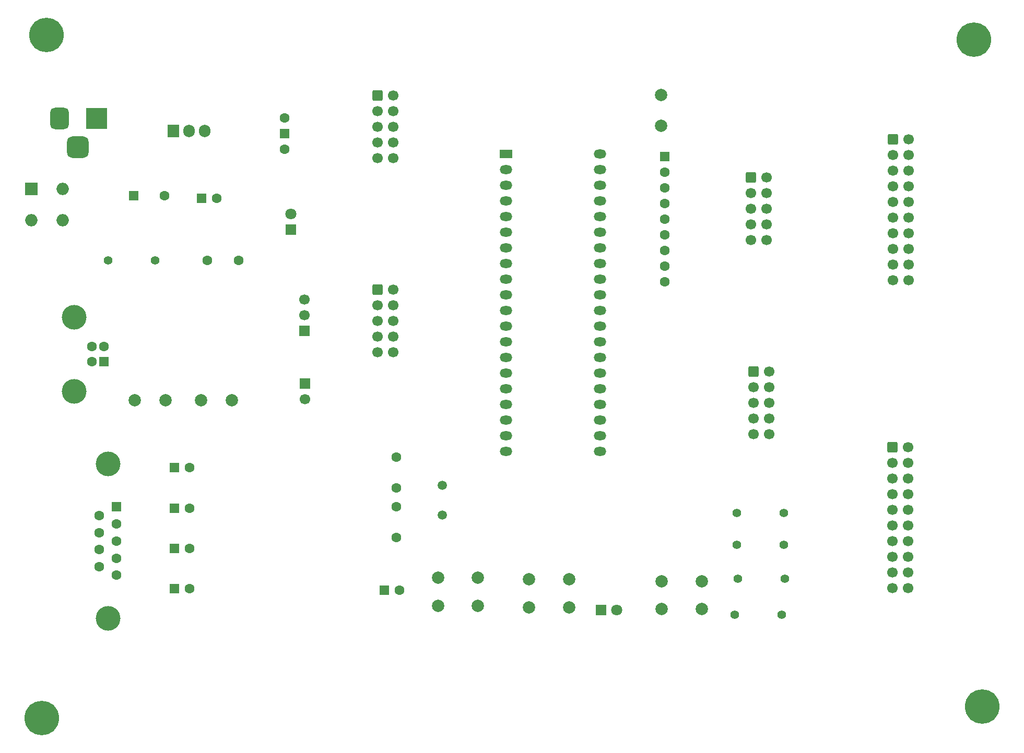
<source format=gbr>
%TF.GenerationSoftware,KiCad,Pcbnew,9.0.7*%
%TF.CreationDate,2026-01-07T21:02:37+05:30*%
%TF.ProjectId,PCB Design,50434220-4465-4736-9967-6e2e6b696361,rev?*%
%TF.SameCoordinates,Original*%
%TF.FileFunction,Soldermask,Bot*%
%TF.FilePolarity,Negative*%
%FSLAX46Y46*%
G04 Gerber Fmt 4.6, Leading zero omitted, Abs format (unit mm)*
G04 Created by KiCad (PCBNEW 9.0.7) date 2026-01-07 21:02:37*
%MOMM*%
%LPD*%
G01*
G04 APERTURE LIST*
G04 Aperture macros list*
%AMRoundRect*
0 Rectangle with rounded corners*
0 $1 Rounding radius*
0 $2 $3 $4 $5 $6 $7 $8 $9 X,Y pos of 4 corners*
0 Add a 4 corners polygon primitive as box body*
4,1,4,$2,$3,$4,$5,$6,$7,$8,$9,$2,$3,0*
0 Add four circle primitives for the rounded corners*
1,1,$1+$1,$2,$3*
1,1,$1+$1,$4,$5*
1,1,$1+$1,$6,$7*
1,1,$1+$1,$8,$9*
0 Add four rect primitives between the rounded corners*
20,1,$1+$1,$2,$3,$4,$5,0*
20,1,$1+$1,$4,$5,$6,$7,0*
20,1,$1+$1,$6,$7,$8,$9,0*
20,1,$1+$1,$8,$9,$2,$3,0*%
G04 Aperture macros list end*
%ADD10R,1.905000X2.000000*%
%ADD11O,1.905000X2.000000*%
%ADD12RoundRect,0.250000X-0.550000X-0.550000X0.550000X-0.550000X0.550000X0.550000X-0.550000X0.550000X0*%
%ADD13C,1.600000*%
%ADD14RoundRect,0.250000X-0.600000X-0.600000X0.600000X-0.600000X0.600000X0.600000X-0.600000X0.600000X0*%
%ADD15C,1.700000*%
%ADD16R,1.700000X1.700000*%
%ADD17C,2.000000*%
%ADD18O,2.000000X1.440000*%
%ADD19R,2.000000X1.440000*%
%ADD20R,1.500000X1.500000*%
%ADD21R,1.600000X1.600000*%
%ADD22C,4.000000*%
%ADD23RoundRect,0.875000X-0.875000X-0.875000X0.875000X-0.875000X0.875000X0.875000X-0.875000X0.875000X0*%
%ADD24RoundRect,0.750000X-0.750000X-1.000000X0.750000X-1.000000X0.750000X1.000000X-0.750000X1.000000X0*%
%ADD25R,3.500000X3.500000*%
%ADD26C,1.400000*%
%ADD27C,3.600000*%
%ADD28C,5.600000*%
%ADD29R,1.800000X1.800000*%
%ADD30C,1.800000*%
%ADD31R,2.000000X2.000000*%
%ADD32O,2.000000X2.000000*%
%ADD33C,1.500000*%
G04 APERTURE END LIST*
D10*
%TO.C,U2*%
X38770000Y-34000000D03*
D11*
X41310000Y-34000000D03*
X43850000Y-34000000D03*
%TD*%
D12*
%TO.C,C4*%
X32350000Y-44500000D03*
D13*
X37350000Y-44500000D03*
%TD*%
D14*
%TO.C,J8*%
X155400000Y-85370000D03*
D15*
X157940000Y-85370000D03*
X155400000Y-87910000D03*
X157940000Y-87910000D03*
X155400000Y-90450000D03*
X157940000Y-90450000D03*
X155400000Y-92990000D03*
X157940000Y-92990000D03*
X155400000Y-95530000D03*
X157940000Y-95530000D03*
X155400000Y-98070000D03*
X157940000Y-98070000D03*
X155400000Y-100610000D03*
X157940000Y-100610000D03*
X155400000Y-103150000D03*
X157940000Y-103150000D03*
X155400000Y-105690000D03*
X157940000Y-105690000D03*
X155400000Y-108230000D03*
X157940000Y-108230000D03*
%TD*%
D14*
%TO.C,J6*%
X155440000Y-35370000D03*
D15*
X157980000Y-35370000D03*
X155440000Y-37910000D03*
X157980000Y-37910000D03*
X155440000Y-40450000D03*
X157980000Y-40450000D03*
X155440000Y-42990000D03*
X157980000Y-42990000D03*
X155440000Y-45530000D03*
X157980000Y-45530000D03*
X155440000Y-48070000D03*
X157980000Y-48070000D03*
X155440000Y-50610000D03*
X157980000Y-50610000D03*
X155440000Y-53150000D03*
X157980000Y-53150000D03*
X155440000Y-55690000D03*
X157980000Y-55690000D03*
X155440000Y-58230000D03*
X157980000Y-58230000D03*
%TD*%
%TO.C,J5*%
X74440000Y-69950000D03*
X71900000Y-69950000D03*
X74440000Y-67410000D03*
X71900000Y-67410000D03*
X74440000Y-64870000D03*
X71900000Y-64870000D03*
X74440000Y-62330000D03*
X71900000Y-62330000D03*
X74440000Y-59790000D03*
D14*
X71900000Y-59790000D03*
%TD*%
D15*
%TO.C,J10*%
X60050000Y-61350000D03*
X60050000Y-63890000D03*
D16*
X60050000Y-66430000D03*
%TD*%
D15*
%TO.C,J11*%
X60100000Y-77515000D03*
D16*
X60100000Y-74975000D03*
%TD*%
D17*
%TO.C,C12*%
X37550000Y-77750000D03*
X32550000Y-77750000D03*
%TD*%
D18*
%TO.C,U1*%
X107990000Y-37750000D03*
X107990000Y-40290000D03*
X107990000Y-42830000D03*
X107990000Y-45370000D03*
X107990000Y-47910000D03*
X107990000Y-50450000D03*
X107990000Y-52990000D03*
X107990000Y-55530000D03*
X107990000Y-58070000D03*
X107990000Y-60610000D03*
X107990000Y-63150000D03*
X107990000Y-65690000D03*
X107990000Y-68230000D03*
X107990000Y-70770000D03*
X107990000Y-73310000D03*
X107990000Y-75850000D03*
X107990000Y-78390000D03*
X107990000Y-80930000D03*
X107990000Y-83470000D03*
X107990000Y-86010000D03*
X92750000Y-86010000D03*
X92750000Y-83470000D03*
X92750000Y-80930000D03*
X92750000Y-78390000D03*
X92750000Y-75850000D03*
X92750000Y-73310000D03*
X92750000Y-70770000D03*
X92750000Y-68230000D03*
X92750000Y-65690000D03*
X92750000Y-63150000D03*
X92750000Y-60610000D03*
X92750000Y-58070000D03*
X92750000Y-55530000D03*
X92750000Y-52990000D03*
X92750000Y-50450000D03*
X92750000Y-47910000D03*
X92750000Y-45370000D03*
X92750000Y-42830000D03*
X92750000Y-40290000D03*
D19*
X92750000Y-37750000D03*
%TD*%
D20*
%TO.C,SW2*%
X56850000Y-34460000D03*
D13*
X56850000Y-31920000D03*
X56850000Y-37000000D03*
%TD*%
D21*
%TO.C,J9*%
X27587500Y-71500000D03*
D13*
X27587500Y-69000000D03*
X25587500Y-69000000D03*
X25587500Y-71500000D03*
D22*
X22727500Y-76250000D03*
X22727500Y-64250000D03*
%TD*%
D23*
%TO.C,J1*%
X23350000Y-36700000D03*
D24*
X20350000Y-32000000D03*
D25*
X26350000Y-32000000D03*
%TD*%
D13*
%TO.C,J7*%
X26779000Y-104734000D03*
X26779000Y-101964000D03*
X26779000Y-99194000D03*
X26779000Y-96424000D03*
X29619000Y-106119000D03*
X29619000Y-103349000D03*
X29619000Y-100579000D03*
X29619000Y-97809000D03*
D21*
X29619000Y-95039000D03*
D22*
X28199000Y-113079000D03*
X28199000Y-88079000D03*
%TD*%
D26*
%TO.C,R2*%
X137450000Y-112500000D03*
X129830000Y-112500000D03*
%TD*%
%TO.C,R3*%
X35850000Y-55000000D03*
X28230000Y-55000000D03*
%TD*%
%TO.C,R4*%
X137760000Y-96000000D03*
X130140000Y-96000000D03*
%TD*%
%TO.C,R5*%
X137760000Y-101150000D03*
X130140000Y-101150000D03*
%TD*%
D12*
%TO.C,C8*%
X38964000Y-88679000D03*
D13*
X41464000Y-88679000D03*
%TD*%
D21*
%TO.C,RN1*%
X118440000Y-38160000D03*
D13*
X118440000Y-40700000D03*
X118440000Y-43240000D03*
X118440000Y-45780000D03*
X118440000Y-48320000D03*
X118440000Y-50860000D03*
X118440000Y-53400000D03*
X118440000Y-55940000D03*
X118440000Y-58480000D03*
%TD*%
D12*
%TO.C,C9*%
X38964000Y-95229000D03*
D13*
X41464000Y-95229000D03*
%TD*%
D27*
%TO.C,REF\u002A\u002A*%
X17450000Y-129250000D03*
D28*
X17450000Y-129250000D03*
%TD*%
D12*
%TO.C,C11*%
X38964000Y-108329000D03*
D13*
X41464000Y-108329000D03*
%TD*%
D27*
%TO.C,REF\u002A\u002A*%
X18250000Y-18450000D03*
D28*
X18250000Y-18450000D03*
%TD*%
D13*
%TO.C,C3*%
X74940000Y-99990000D03*
X74940000Y-94990000D03*
%TD*%
D27*
%TO.C,REF\u002A\u002A*%
X168600000Y-19200000D03*
D28*
X168600000Y-19200000D03*
%TD*%
D17*
%TO.C,SW4*%
X117950000Y-107100000D03*
X124450000Y-107100000D03*
X117950000Y-111600000D03*
X124450000Y-111600000D03*
%TD*%
D12*
%TO.C,C10*%
X38964000Y-101779000D03*
D13*
X41464000Y-101779000D03*
%TD*%
D12*
%TO.C,C6*%
X43350000Y-45000000D03*
D13*
X45850000Y-45000000D03*
%TD*%
D12*
%TO.C,C1*%
X72994888Y-108550000D03*
D13*
X75494888Y-108550000D03*
%TD*%
%TO.C,C7*%
X44350000Y-55000000D03*
X49350000Y-55000000D03*
%TD*%
D17*
%TO.C,C5*%
X117900000Y-28200000D03*
X117900000Y-33200000D03*
%TD*%
%TO.C,C13*%
X43300000Y-77750000D03*
X48300000Y-77750000D03*
%TD*%
D13*
%TO.C,C2*%
X74940000Y-91990000D03*
X74940000Y-86990000D03*
%TD*%
D17*
%TO.C,SW3*%
X96450000Y-106800000D03*
X102950000Y-106800000D03*
X96450000Y-111300000D03*
X102950000Y-111300000D03*
%TD*%
%TO.C,SW1*%
X81700000Y-106550000D03*
X88200000Y-106550000D03*
X81700000Y-111050000D03*
X88200000Y-111050000D03*
%TD*%
D27*
%TO.C,REF\u002A\u002A*%
X169950000Y-127450000D03*
D28*
X169950000Y-127450000D03*
%TD*%
D26*
%TO.C,R6*%
X130330000Y-106650000D03*
X137950000Y-106650000D03*
%TD*%
D29*
%TO.C,D3*%
X57850000Y-50000000D03*
D30*
X57850000Y-47460000D03*
%TD*%
D29*
%TO.C,D1*%
X108185000Y-111800000D03*
D30*
X110725000Y-111800000D03*
%TD*%
D31*
%TO.C,D2*%
X15770000Y-43420000D03*
D32*
X15770000Y-48500000D03*
X20850000Y-48500000D03*
X20850000Y-43420000D03*
%TD*%
D14*
%TO.C,J2*%
X132410000Y-41540000D03*
D15*
X134950000Y-41540000D03*
X132410000Y-44080000D03*
X134950000Y-44080000D03*
X132410000Y-46620000D03*
X134950000Y-46620000D03*
X132410000Y-49160000D03*
X134950000Y-49160000D03*
X132410000Y-51700000D03*
X134950000Y-51700000D03*
%TD*%
D14*
%TO.C,J4*%
X132910000Y-73040000D03*
D15*
X135450000Y-73040000D03*
X132910000Y-75580000D03*
X135450000Y-75580000D03*
X132910000Y-78120000D03*
X135450000Y-78120000D03*
X132910000Y-80660000D03*
X135450000Y-80660000D03*
X132910000Y-83200000D03*
X135450000Y-83200000D03*
%TD*%
D14*
%TO.C,J3*%
X71900000Y-28290000D03*
D15*
X74440000Y-28290000D03*
X71900000Y-30830000D03*
X74440000Y-30830000D03*
X71900000Y-33370000D03*
X74440000Y-33370000D03*
X71900000Y-35910000D03*
X74440000Y-35910000D03*
X71900000Y-38450000D03*
X74440000Y-38450000D03*
%TD*%
D33*
%TO.C,Y1*%
X82440000Y-96370000D03*
X82440000Y-91490000D03*
%TD*%
M02*

</source>
